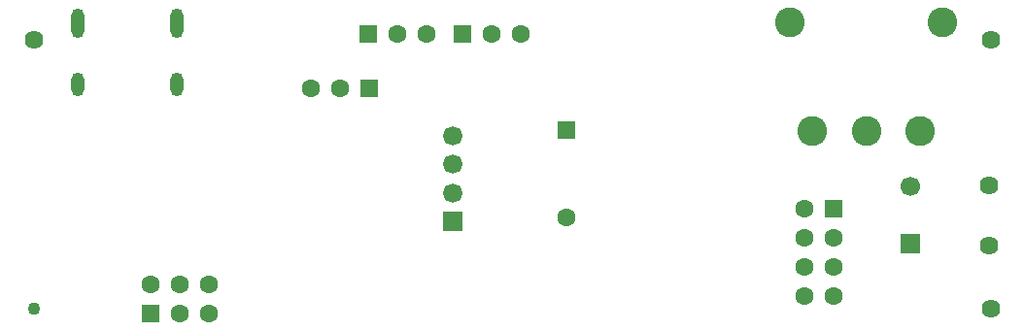
<source format=gbs>
%FSTAX23Y23*%
%MOIN*%
%SFA1B1*%

%IPPOS*%
%AMD69*
4,1,8,0.000000,-0.051200,0.000000,-0.051200,0.021700,-0.029500,0.021700,0.029500,0.000000,0.051200,0.000000,0.051200,-0.021700,0.029500,-0.021700,-0.029500,0.000000,-0.051200,0.0*
1,1,0.043300,0.000000,-0.029500*
1,1,0.043300,0.000000,-0.029500*
1,1,0.043300,0.000000,0.029500*
1,1,0.043300,0.000000,0.029500*
%
%AMD70*
4,1,8,0.000000,-0.041300,0.000000,-0.041300,0.021700,-0.019700,0.021700,0.019700,0.000000,0.041300,0.000000,0.041300,-0.021700,0.019700,-0.021700,-0.019700,0.000000,-0.041300,0.0*
1,1,0.043300,0.000000,-0.019700*
1,1,0.043300,0.000000,-0.019700*
1,1,0.043300,0.000000,0.019700*
1,1,0.043300,0.000000,0.019700*
%
%ADD61R,0.066930X0.066930*%
%ADD62C,0.066930*%
%ADD63C,0.102360*%
%ADD64C,0.062990*%
%ADD65R,0.062990X0.062990*%
%ADD66R,0.062990X0.062990*%
%ADD67R,0.066530X0.066530*%
%ADD68C,0.066530*%
G04~CAMADD=69~8~0.0~0.0~433.1~1023.6~216.5~0.0~15~0.0~0.0~0.0~0.0~0~0.0~0.0~0.0~0.0~0~0.0~0.0~0.0~180.0~434.0~1023.0*
%ADD69D69*%
G04~CAMADD=70~8~0.0~0.0~433.1~826.8~216.5~0.0~15~0.0~0.0~0.0~0.0~0~0.0~0.0~0.0~0.0~0~0.0~0.0~0.0~180.0~434.0~827.0*
%ADD70D70*%
%ADD71C,0.063940*%
%ADD72C,0.043310*%
%LNpod-1*%
%LPD*%
G54D61*
X03135Y00351D03*
G54D62*
X03135Y00548D03*
G54D63*
X02724Y01112D03*
X02799Y00737D03*
X02985D03*
X0317D03*
X03245Y01112D03*
G54D64*
X02774Y00172D03*
X02874D03*
X02774Y00272D03*
X02874D03*
X02774Y00372D03*
X02874D03*
X02774Y00472D03*
X018Y0107D03*
X017D03*
X01475D03*
X01375D03*
X0108Y00885D03*
X0118D03*
X01956Y0044D03*
X0073Y0021D03*
Y0011D03*
X0063Y0021D03*
Y0011D03*
X0053Y0021D03*
G54D65*
X02874Y00472D03*
G54D66*
X016Y0107D03*
X01275D03*
X0128Y00885D03*
X01956Y0074D03*
X0053Y0011D03*
G54D67*
X01565Y00428D03*
G54D68*
X01565Y00526D03*
Y00625D03*
Y00723D03*
G54D69*
X00279Y01108D03*
X0062D03*
G54D70*
X00279Y00897D03*
X0062D03*
G54D71*
X00129Y01051D03*
X03413Y00129D03*
Y01051D03*
X03405Y00345D03*
X03405Y0055D03*
G54D72*
X00129Y00129D03*
M02*
</source>
